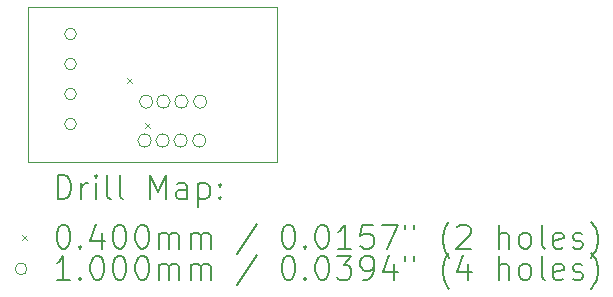
<source format=gbr>
%TF.GenerationSoftware,KiCad,Pcbnew,7.0.6-7.0.6~ubuntu22.04.1*%
%TF.CreationDate,2023-08-07T17:02:52+02:00*%
%TF.ProjectId,SHT45,53485434-352e-46b6-9963-61645f706362,rev?*%
%TF.SameCoordinates,Original*%
%TF.FileFunction,Drillmap*%
%TF.FilePolarity,Positive*%
%FSLAX45Y45*%
G04 Gerber Fmt 4.5, Leading zero omitted, Abs format (unit mm)*
G04 Created by KiCad (PCBNEW 7.0.6-7.0.6~ubuntu22.04.1) date 2023-08-07 17:02:52*
%MOMM*%
%LPD*%
G01*
G04 APERTURE LIST*
%ADD10C,0.100000*%
%ADD11C,0.200000*%
%ADD12C,0.040000*%
G04 APERTURE END LIST*
D10*
X13651792Y-9321800D02*
G75*
G03*
X13651792Y-9321800I-56796J0D01*
G01*
X13658496Y-8991600D02*
G75*
G03*
X13658496Y-8991600I-56796J0D01*
G01*
X13493396Y-9321800D02*
G75*
G03*
X13493396Y-9321800I-56796J0D01*
G01*
X13340996Y-9321800D02*
G75*
G03*
X13340996Y-9321800I-56796J0D01*
G01*
X13188596Y-9321800D02*
G75*
G03*
X13188596Y-9321800I-56796J0D01*
G01*
X13500100Y-8991600D02*
G75*
G03*
X13500100Y-8991600I-56796J0D01*
G01*
X13347700Y-8991600D02*
G75*
G03*
X13347700Y-8991600I-56796J0D01*
G01*
X13201296Y-8991600D02*
G75*
G03*
X13201296Y-8991600I-56796J0D01*
G01*
X12141200Y-8191500D02*
X14249400Y-8191500D01*
X14249400Y-9499600D01*
X12141200Y-9499600D01*
X12141200Y-8191500D01*
D11*
D12*
X12984800Y-8793800D02*
X13024800Y-8833800D01*
X13024800Y-8793800D02*
X12984800Y-8833800D01*
X13137200Y-9174800D02*
X13177200Y-9214800D01*
X13177200Y-9174800D02*
X13137200Y-9214800D01*
D10*
X12554400Y-8419600D02*
G75*
G03*
X12554400Y-8419600I-50000J0D01*
G01*
X12554400Y-8673600D02*
G75*
G03*
X12554400Y-8673600I-50000J0D01*
G01*
X12554400Y-8927600D02*
G75*
G03*
X12554400Y-8927600I-50000J0D01*
G01*
X12554400Y-9181600D02*
G75*
G03*
X12554400Y-9181600I-50000J0D01*
G01*
D11*
X12396977Y-9816084D02*
X12396977Y-9616084D01*
X12396977Y-9616084D02*
X12444596Y-9616084D01*
X12444596Y-9616084D02*
X12473167Y-9625608D01*
X12473167Y-9625608D02*
X12492215Y-9644655D01*
X12492215Y-9644655D02*
X12501739Y-9663703D01*
X12501739Y-9663703D02*
X12511262Y-9701798D01*
X12511262Y-9701798D02*
X12511262Y-9730370D01*
X12511262Y-9730370D02*
X12501739Y-9768465D01*
X12501739Y-9768465D02*
X12492215Y-9787512D01*
X12492215Y-9787512D02*
X12473167Y-9806560D01*
X12473167Y-9806560D02*
X12444596Y-9816084D01*
X12444596Y-9816084D02*
X12396977Y-9816084D01*
X12596977Y-9816084D02*
X12596977Y-9682750D01*
X12596977Y-9720846D02*
X12606501Y-9701798D01*
X12606501Y-9701798D02*
X12616024Y-9692274D01*
X12616024Y-9692274D02*
X12635072Y-9682750D01*
X12635072Y-9682750D02*
X12654120Y-9682750D01*
X12720786Y-9816084D02*
X12720786Y-9682750D01*
X12720786Y-9616084D02*
X12711262Y-9625608D01*
X12711262Y-9625608D02*
X12720786Y-9635131D01*
X12720786Y-9635131D02*
X12730310Y-9625608D01*
X12730310Y-9625608D02*
X12720786Y-9616084D01*
X12720786Y-9616084D02*
X12720786Y-9635131D01*
X12844596Y-9816084D02*
X12825548Y-9806560D01*
X12825548Y-9806560D02*
X12816024Y-9787512D01*
X12816024Y-9787512D02*
X12816024Y-9616084D01*
X12949358Y-9816084D02*
X12930310Y-9806560D01*
X12930310Y-9806560D02*
X12920786Y-9787512D01*
X12920786Y-9787512D02*
X12920786Y-9616084D01*
X13177929Y-9816084D02*
X13177929Y-9616084D01*
X13177929Y-9616084D02*
X13244596Y-9758941D01*
X13244596Y-9758941D02*
X13311262Y-9616084D01*
X13311262Y-9616084D02*
X13311262Y-9816084D01*
X13492215Y-9816084D02*
X13492215Y-9711322D01*
X13492215Y-9711322D02*
X13482691Y-9692274D01*
X13482691Y-9692274D02*
X13463643Y-9682750D01*
X13463643Y-9682750D02*
X13425548Y-9682750D01*
X13425548Y-9682750D02*
X13406501Y-9692274D01*
X13492215Y-9806560D02*
X13473167Y-9816084D01*
X13473167Y-9816084D02*
X13425548Y-9816084D01*
X13425548Y-9816084D02*
X13406501Y-9806560D01*
X13406501Y-9806560D02*
X13396977Y-9787512D01*
X13396977Y-9787512D02*
X13396977Y-9768465D01*
X13396977Y-9768465D02*
X13406501Y-9749417D01*
X13406501Y-9749417D02*
X13425548Y-9739893D01*
X13425548Y-9739893D02*
X13473167Y-9739893D01*
X13473167Y-9739893D02*
X13492215Y-9730370D01*
X13587453Y-9682750D02*
X13587453Y-9882750D01*
X13587453Y-9692274D02*
X13606501Y-9682750D01*
X13606501Y-9682750D02*
X13644596Y-9682750D01*
X13644596Y-9682750D02*
X13663643Y-9692274D01*
X13663643Y-9692274D02*
X13673167Y-9701798D01*
X13673167Y-9701798D02*
X13682691Y-9720846D01*
X13682691Y-9720846D02*
X13682691Y-9777989D01*
X13682691Y-9777989D02*
X13673167Y-9797036D01*
X13673167Y-9797036D02*
X13663643Y-9806560D01*
X13663643Y-9806560D02*
X13644596Y-9816084D01*
X13644596Y-9816084D02*
X13606501Y-9816084D01*
X13606501Y-9816084D02*
X13587453Y-9806560D01*
X13768405Y-9797036D02*
X13777929Y-9806560D01*
X13777929Y-9806560D02*
X13768405Y-9816084D01*
X13768405Y-9816084D02*
X13758882Y-9806560D01*
X13758882Y-9806560D02*
X13768405Y-9797036D01*
X13768405Y-9797036D02*
X13768405Y-9816084D01*
X13768405Y-9692274D02*
X13777929Y-9701798D01*
X13777929Y-9701798D02*
X13768405Y-9711322D01*
X13768405Y-9711322D02*
X13758882Y-9701798D01*
X13758882Y-9701798D02*
X13768405Y-9692274D01*
X13768405Y-9692274D02*
X13768405Y-9711322D01*
D12*
X12096200Y-10124600D02*
X12136200Y-10164600D01*
X12136200Y-10124600D02*
X12096200Y-10164600D01*
D11*
X12435072Y-10036084D02*
X12454120Y-10036084D01*
X12454120Y-10036084D02*
X12473167Y-10045608D01*
X12473167Y-10045608D02*
X12482691Y-10055131D01*
X12482691Y-10055131D02*
X12492215Y-10074179D01*
X12492215Y-10074179D02*
X12501739Y-10112274D01*
X12501739Y-10112274D02*
X12501739Y-10159893D01*
X12501739Y-10159893D02*
X12492215Y-10197989D01*
X12492215Y-10197989D02*
X12482691Y-10217036D01*
X12482691Y-10217036D02*
X12473167Y-10226560D01*
X12473167Y-10226560D02*
X12454120Y-10236084D01*
X12454120Y-10236084D02*
X12435072Y-10236084D01*
X12435072Y-10236084D02*
X12416024Y-10226560D01*
X12416024Y-10226560D02*
X12406501Y-10217036D01*
X12406501Y-10217036D02*
X12396977Y-10197989D01*
X12396977Y-10197989D02*
X12387453Y-10159893D01*
X12387453Y-10159893D02*
X12387453Y-10112274D01*
X12387453Y-10112274D02*
X12396977Y-10074179D01*
X12396977Y-10074179D02*
X12406501Y-10055131D01*
X12406501Y-10055131D02*
X12416024Y-10045608D01*
X12416024Y-10045608D02*
X12435072Y-10036084D01*
X12587453Y-10217036D02*
X12596977Y-10226560D01*
X12596977Y-10226560D02*
X12587453Y-10236084D01*
X12587453Y-10236084D02*
X12577929Y-10226560D01*
X12577929Y-10226560D02*
X12587453Y-10217036D01*
X12587453Y-10217036D02*
X12587453Y-10236084D01*
X12768405Y-10102750D02*
X12768405Y-10236084D01*
X12720786Y-10026560D02*
X12673167Y-10169417D01*
X12673167Y-10169417D02*
X12796977Y-10169417D01*
X12911262Y-10036084D02*
X12930310Y-10036084D01*
X12930310Y-10036084D02*
X12949358Y-10045608D01*
X12949358Y-10045608D02*
X12958882Y-10055131D01*
X12958882Y-10055131D02*
X12968405Y-10074179D01*
X12968405Y-10074179D02*
X12977929Y-10112274D01*
X12977929Y-10112274D02*
X12977929Y-10159893D01*
X12977929Y-10159893D02*
X12968405Y-10197989D01*
X12968405Y-10197989D02*
X12958882Y-10217036D01*
X12958882Y-10217036D02*
X12949358Y-10226560D01*
X12949358Y-10226560D02*
X12930310Y-10236084D01*
X12930310Y-10236084D02*
X12911262Y-10236084D01*
X12911262Y-10236084D02*
X12892215Y-10226560D01*
X12892215Y-10226560D02*
X12882691Y-10217036D01*
X12882691Y-10217036D02*
X12873167Y-10197989D01*
X12873167Y-10197989D02*
X12863643Y-10159893D01*
X12863643Y-10159893D02*
X12863643Y-10112274D01*
X12863643Y-10112274D02*
X12873167Y-10074179D01*
X12873167Y-10074179D02*
X12882691Y-10055131D01*
X12882691Y-10055131D02*
X12892215Y-10045608D01*
X12892215Y-10045608D02*
X12911262Y-10036084D01*
X13101739Y-10036084D02*
X13120786Y-10036084D01*
X13120786Y-10036084D02*
X13139834Y-10045608D01*
X13139834Y-10045608D02*
X13149358Y-10055131D01*
X13149358Y-10055131D02*
X13158882Y-10074179D01*
X13158882Y-10074179D02*
X13168405Y-10112274D01*
X13168405Y-10112274D02*
X13168405Y-10159893D01*
X13168405Y-10159893D02*
X13158882Y-10197989D01*
X13158882Y-10197989D02*
X13149358Y-10217036D01*
X13149358Y-10217036D02*
X13139834Y-10226560D01*
X13139834Y-10226560D02*
X13120786Y-10236084D01*
X13120786Y-10236084D02*
X13101739Y-10236084D01*
X13101739Y-10236084D02*
X13082691Y-10226560D01*
X13082691Y-10226560D02*
X13073167Y-10217036D01*
X13073167Y-10217036D02*
X13063643Y-10197989D01*
X13063643Y-10197989D02*
X13054120Y-10159893D01*
X13054120Y-10159893D02*
X13054120Y-10112274D01*
X13054120Y-10112274D02*
X13063643Y-10074179D01*
X13063643Y-10074179D02*
X13073167Y-10055131D01*
X13073167Y-10055131D02*
X13082691Y-10045608D01*
X13082691Y-10045608D02*
X13101739Y-10036084D01*
X13254120Y-10236084D02*
X13254120Y-10102750D01*
X13254120Y-10121798D02*
X13263643Y-10112274D01*
X13263643Y-10112274D02*
X13282691Y-10102750D01*
X13282691Y-10102750D02*
X13311263Y-10102750D01*
X13311263Y-10102750D02*
X13330310Y-10112274D01*
X13330310Y-10112274D02*
X13339834Y-10131322D01*
X13339834Y-10131322D02*
X13339834Y-10236084D01*
X13339834Y-10131322D02*
X13349358Y-10112274D01*
X13349358Y-10112274D02*
X13368405Y-10102750D01*
X13368405Y-10102750D02*
X13396977Y-10102750D01*
X13396977Y-10102750D02*
X13416024Y-10112274D01*
X13416024Y-10112274D02*
X13425548Y-10131322D01*
X13425548Y-10131322D02*
X13425548Y-10236084D01*
X13520786Y-10236084D02*
X13520786Y-10102750D01*
X13520786Y-10121798D02*
X13530310Y-10112274D01*
X13530310Y-10112274D02*
X13549358Y-10102750D01*
X13549358Y-10102750D02*
X13577929Y-10102750D01*
X13577929Y-10102750D02*
X13596977Y-10112274D01*
X13596977Y-10112274D02*
X13606501Y-10131322D01*
X13606501Y-10131322D02*
X13606501Y-10236084D01*
X13606501Y-10131322D02*
X13616024Y-10112274D01*
X13616024Y-10112274D02*
X13635072Y-10102750D01*
X13635072Y-10102750D02*
X13663643Y-10102750D01*
X13663643Y-10102750D02*
X13682691Y-10112274D01*
X13682691Y-10112274D02*
X13692215Y-10131322D01*
X13692215Y-10131322D02*
X13692215Y-10236084D01*
X14082691Y-10026560D02*
X13911263Y-10283703D01*
X14339834Y-10036084D02*
X14358882Y-10036084D01*
X14358882Y-10036084D02*
X14377929Y-10045608D01*
X14377929Y-10045608D02*
X14387453Y-10055131D01*
X14387453Y-10055131D02*
X14396977Y-10074179D01*
X14396977Y-10074179D02*
X14406501Y-10112274D01*
X14406501Y-10112274D02*
X14406501Y-10159893D01*
X14406501Y-10159893D02*
X14396977Y-10197989D01*
X14396977Y-10197989D02*
X14387453Y-10217036D01*
X14387453Y-10217036D02*
X14377929Y-10226560D01*
X14377929Y-10226560D02*
X14358882Y-10236084D01*
X14358882Y-10236084D02*
X14339834Y-10236084D01*
X14339834Y-10236084D02*
X14320786Y-10226560D01*
X14320786Y-10226560D02*
X14311263Y-10217036D01*
X14311263Y-10217036D02*
X14301739Y-10197989D01*
X14301739Y-10197989D02*
X14292215Y-10159893D01*
X14292215Y-10159893D02*
X14292215Y-10112274D01*
X14292215Y-10112274D02*
X14301739Y-10074179D01*
X14301739Y-10074179D02*
X14311263Y-10055131D01*
X14311263Y-10055131D02*
X14320786Y-10045608D01*
X14320786Y-10045608D02*
X14339834Y-10036084D01*
X14492215Y-10217036D02*
X14501739Y-10226560D01*
X14501739Y-10226560D02*
X14492215Y-10236084D01*
X14492215Y-10236084D02*
X14482691Y-10226560D01*
X14482691Y-10226560D02*
X14492215Y-10217036D01*
X14492215Y-10217036D02*
X14492215Y-10236084D01*
X14625548Y-10036084D02*
X14644596Y-10036084D01*
X14644596Y-10036084D02*
X14663644Y-10045608D01*
X14663644Y-10045608D02*
X14673167Y-10055131D01*
X14673167Y-10055131D02*
X14682691Y-10074179D01*
X14682691Y-10074179D02*
X14692215Y-10112274D01*
X14692215Y-10112274D02*
X14692215Y-10159893D01*
X14692215Y-10159893D02*
X14682691Y-10197989D01*
X14682691Y-10197989D02*
X14673167Y-10217036D01*
X14673167Y-10217036D02*
X14663644Y-10226560D01*
X14663644Y-10226560D02*
X14644596Y-10236084D01*
X14644596Y-10236084D02*
X14625548Y-10236084D01*
X14625548Y-10236084D02*
X14606501Y-10226560D01*
X14606501Y-10226560D02*
X14596977Y-10217036D01*
X14596977Y-10217036D02*
X14587453Y-10197989D01*
X14587453Y-10197989D02*
X14577929Y-10159893D01*
X14577929Y-10159893D02*
X14577929Y-10112274D01*
X14577929Y-10112274D02*
X14587453Y-10074179D01*
X14587453Y-10074179D02*
X14596977Y-10055131D01*
X14596977Y-10055131D02*
X14606501Y-10045608D01*
X14606501Y-10045608D02*
X14625548Y-10036084D01*
X14882691Y-10236084D02*
X14768406Y-10236084D01*
X14825548Y-10236084D02*
X14825548Y-10036084D01*
X14825548Y-10036084D02*
X14806501Y-10064655D01*
X14806501Y-10064655D02*
X14787453Y-10083703D01*
X14787453Y-10083703D02*
X14768406Y-10093227D01*
X15063644Y-10036084D02*
X14968406Y-10036084D01*
X14968406Y-10036084D02*
X14958882Y-10131322D01*
X14958882Y-10131322D02*
X14968406Y-10121798D01*
X14968406Y-10121798D02*
X14987453Y-10112274D01*
X14987453Y-10112274D02*
X15035072Y-10112274D01*
X15035072Y-10112274D02*
X15054120Y-10121798D01*
X15054120Y-10121798D02*
X15063644Y-10131322D01*
X15063644Y-10131322D02*
X15073167Y-10150370D01*
X15073167Y-10150370D02*
X15073167Y-10197989D01*
X15073167Y-10197989D02*
X15063644Y-10217036D01*
X15063644Y-10217036D02*
X15054120Y-10226560D01*
X15054120Y-10226560D02*
X15035072Y-10236084D01*
X15035072Y-10236084D02*
X14987453Y-10236084D01*
X14987453Y-10236084D02*
X14968406Y-10226560D01*
X14968406Y-10226560D02*
X14958882Y-10217036D01*
X15139834Y-10036084D02*
X15273167Y-10036084D01*
X15273167Y-10036084D02*
X15187453Y-10236084D01*
X15339834Y-10036084D02*
X15339834Y-10074179D01*
X15416025Y-10036084D02*
X15416025Y-10074179D01*
X15711263Y-10312274D02*
X15701739Y-10302750D01*
X15701739Y-10302750D02*
X15682691Y-10274179D01*
X15682691Y-10274179D02*
X15673168Y-10255131D01*
X15673168Y-10255131D02*
X15663644Y-10226560D01*
X15663644Y-10226560D02*
X15654120Y-10178941D01*
X15654120Y-10178941D02*
X15654120Y-10140846D01*
X15654120Y-10140846D02*
X15663644Y-10093227D01*
X15663644Y-10093227D02*
X15673168Y-10064655D01*
X15673168Y-10064655D02*
X15682691Y-10045608D01*
X15682691Y-10045608D02*
X15701739Y-10017036D01*
X15701739Y-10017036D02*
X15711263Y-10007512D01*
X15777929Y-10055131D02*
X15787453Y-10045608D01*
X15787453Y-10045608D02*
X15806501Y-10036084D01*
X15806501Y-10036084D02*
X15854120Y-10036084D01*
X15854120Y-10036084D02*
X15873168Y-10045608D01*
X15873168Y-10045608D02*
X15882691Y-10055131D01*
X15882691Y-10055131D02*
X15892215Y-10074179D01*
X15892215Y-10074179D02*
X15892215Y-10093227D01*
X15892215Y-10093227D02*
X15882691Y-10121798D01*
X15882691Y-10121798D02*
X15768406Y-10236084D01*
X15768406Y-10236084D02*
X15892215Y-10236084D01*
X16130310Y-10236084D02*
X16130310Y-10036084D01*
X16216025Y-10236084D02*
X16216025Y-10131322D01*
X16216025Y-10131322D02*
X16206501Y-10112274D01*
X16206501Y-10112274D02*
X16187453Y-10102750D01*
X16187453Y-10102750D02*
X16158882Y-10102750D01*
X16158882Y-10102750D02*
X16139834Y-10112274D01*
X16139834Y-10112274D02*
X16130310Y-10121798D01*
X16339834Y-10236084D02*
X16320787Y-10226560D01*
X16320787Y-10226560D02*
X16311263Y-10217036D01*
X16311263Y-10217036D02*
X16301739Y-10197989D01*
X16301739Y-10197989D02*
X16301739Y-10140846D01*
X16301739Y-10140846D02*
X16311263Y-10121798D01*
X16311263Y-10121798D02*
X16320787Y-10112274D01*
X16320787Y-10112274D02*
X16339834Y-10102750D01*
X16339834Y-10102750D02*
X16368406Y-10102750D01*
X16368406Y-10102750D02*
X16387453Y-10112274D01*
X16387453Y-10112274D02*
X16396977Y-10121798D01*
X16396977Y-10121798D02*
X16406501Y-10140846D01*
X16406501Y-10140846D02*
X16406501Y-10197989D01*
X16406501Y-10197989D02*
X16396977Y-10217036D01*
X16396977Y-10217036D02*
X16387453Y-10226560D01*
X16387453Y-10226560D02*
X16368406Y-10236084D01*
X16368406Y-10236084D02*
X16339834Y-10236084D01*
X16520787Y-10236084D02*
X16501739Y-10226560D01*
X16501739Y-10226560D02*
X16492215Y-10207512D01*
X16492215Y-10207512D02*
X16492215Y-10036084D01*
X16673168Y-10226560D02*
X16654120Y-10236084D01*
X16654120Y-10236084D02*
X16616025Y-10236084D01*
X16616025Y-10236084D02*
X16596977Y-10226560D01*
X16596977Y-10226560D02*
X16587453Y-10207512D01*
X16587453Y-10207512D02*
X16587453Y-10131322D01*
X16587453Y-10131322D02*
X16596977Y-10112274D01*
X16596977Y-10112274D02*
X16616025Y-10102750D01*
X16616025Y-10102750D02*
X16654120Y-10102750D01*
X16654120Y-10102750D02*
X16673168Y-10112274D01*
X16673168Y-10112274D02*
X16682691Y-10131322D01*
X16682691Y-10131322D02*
X16682691Y-10150370D01*
X16682691Y-10150370D02*
X16587453Y-10169417D01*
X16758882Y-10226560D02*
X16777930Y-10236084D01*
X16777930Y-10236084D02*
X16816025Y-10236084D01*
X16816025Y-10236084D02*
X16835073Y-10226560D01*
X16835073Y-10226560D02*
X16844596Y-10207512D01*
X16844596Y-10207512D02*
X16844596Y-10197989D01*
X16844596Y-10197989D02*
X16835073Y-10178941D01*
X16835073Y-10178941D02*
X16816025Y-10169417D01*
X16816025Y-10169417D02*
X16787453Y-10169417D01*
X16787453Y-10169417D02*
X16768406Y-10159893D01*
X16768406Y-10159893D02*
X16758882Y-10140846D01*
X16758882Y-10140846D02*
X16758882Y-10131322D01*
X16758882Y-10131322D02*
X16768406Y-10112274D01*
X16768406Y-10112274D02*
X16787453Y-10102750D01*
X16787453Y-10102750D02*
X16816025Y-10102750D01*
X16816025Y-10102750D02*
X16835073Y-10112274D01*
X16911263Y-10312274D02*
X16920787Y-10302750D01*
X16920787Y-10302750D02*
X16939834Y-10274179D01*
X16939834Y-10274179D02*
X16949358Y-10255131D01*
X16949358Y-10255131D02*
X16958882Y-10226560D01*
X16958882Y-10226560D02*
X16968406Y-10178941D01*
X16968406Y-10178941D02*
X16968406Y-10140846D01*
X16968406Y-10140846D02*
X16958882Y-10093227D01*
X16958882Y-10093227D02*
X16949358Y-10064655D01*
X16949358Y-10064655D02*
X16939834Y-10045608D01*
X16939834Y-10045608D02*
X16920787Y-10017036D01*
X16920787Y-10017036D02*
X16911263Y-10007512D01*
D10*
X12136200Y-10408600D02*
G75*
G03*
X12136200Y-10408600I-50000J0D01*
G01*
D11*
X12501739Y-10500084D02*
X12387453Y-10500084D01*
X12444596Y-10500084D02*
X12444596Y-10300084D01*
X12444596Y-10300084D02*
X12425548Y-10328655D01*
X12425548Y-10328655D02*
X12406501Y-10347703D01*
X12406501Y-10347703D02*
X12387453Y-10357227D01*
X12587453Y-10481036D02*
X12596977Y-10490560D01*
X12596977Y-10490560D02*
X12587453Y-10500084D01*
X12587453Y-10500084D02*
X12577929Y-10490560D01*
X12577929Y-10490560D02*
X12587453Y-10481036D01*
X12587453Y-10481036D02*
X12587453Y-10500084D01*
X12720786Y-10300084D02*
X12739834Y-10300084D01*
X12739834Y-10300084D02*
X12758882Y-10309608D01*
X12758882Y-10309608D02*
X12768405Y-10319131D01*
X12768405Y-10319131D02*
X12777929Y-10338179D01*
X12777929Y-10338179D02*
X12787453Y-10376274D01*
X12787453Y-10376274D02*
X12787453Y-10423893D01*
X12787453Y-10423893D02*
X12777929Y-10461989D01*
X12777929Y-10461989D02*
X12768405Y-10481036D01*
X12768405Y-10481036D02*
X12758882Y-10490560D01*
X12758882Y-10490560D02*
X12739834Y-10500084D01*
X12739834Y-10500084D02*
X12720786Y-10500084D01*
X12720786Y-10500084D02*
X12701739Y-10490560D01*
X12701739Y-10490560D02*
X12692215Y-10481036D01*
X12692215Y-10481036D02*
X12682691Y-10461989D01*
X12682691Y-10461989D02*
X12673167Y-10423893D01*
X12673167Y-10423893D02*
X12673167Y-10376274D01*
X12673167Y-10376274D02*
X12682691Y-10338179D01*
X12682691Y-10338179D02*
X12692215Y-10319131D01*
X12692215Y-10319131D02*
X12701739Y-10309608D01*
X12701739Y-10309608D02*
X12720786Y-10300084D01*
X12911262Y-10300084D02*
X12930310Y-10300084D01*
X12930310Y-10300084D02*
X12949358Y-10309608D01*
X12949358Y-10309608D02*
X12958882Y-10319131D01*
X12958882Y-10319131D02*
X12968405Y-10338179D01*
X12968405Y-10338179D02*
X12977929Y-10376274D01*
X12977929Y-10376274D02*
X12977929Y-10423893D01*
X12977929Y-10423893D02*
X12968405Y-10461989D01*
X12968405Y-10461989D02*
X12958882Y-10481036D01*
X12958882Y-10481036D02*
X12949358Y-10490560D01*
X12949358Y-10490560D02*
X12930310Y-10500084D01*
X12930310Y-10500084D02*
X12911262Y-10500084D01*
X12911262Y-10500084D02*
X12892215Y-10490560D01*
X12892215Y-10490560D02*
X12882691Y-10481036D01*
X12882691Y-10481036D02*
X12873167Y-10461989D01*
X12873167Y-10461989D02*
X12863643Y-10423893D01*
X12863643Y-10423893D02*
X12863643Y-10376274D01*
X12863643Y-10376274D02*
X12873167Y-10338179D01*
X12873167Y-10338179D02*
X12882691Y-10319131D01*
X12882691Y-10319131D02*
X12892215Y-10309608D01*
X12892215Y-10309608D02*
X12911262Y-10300084D01*
X13101739Y-10300084D02*
X13120786Y-10300084D01*
X13120786Y-10300084D02*
X13139834Y-10309608D01*
X13139834Y-10309608D02*
X13149358Y-10319131D01*
X13149358Y-10319131D02*
X13158882Y-10338179D01*
X13158882Y-10338179D02*
X13168405Y-10376274D01*
X13168405Y-10376274D02*
X13168405Y-10423893D01*
X13168405Y-10423893D02*
X13158882Y-10461989D01*
X13158882Y-10461989D02*
X13149358Y-10481036D01*
X13149358Y-10481036D02*
X13139834Y-10490560D01*
X13139834Y-10490560D02*
X13120786Y-10500084D01*
X13120786Y-10500084D02*
X13101739Y-10500084D01*
X13101739Y-10500084D02*
X13082691Y-10490560D01*
X13082691Y-10490560D02*
X13073167Y-10481036D01*
X13073167Y-10481036D02*
X13063643Y-10461989D01*
X13063643Y-10461989D02*
X13054120Y-10423893D01*
X13054120Y-10423893D02*
X13054120Y-10376274D01*
X13054120Y-10376274D02*
X13063643Y-10338179D01*
X13063643Y-10338179D02*
X13073167Y-10319131D01*
X13073167Y-10319131D02*
X13082691Y-10309608D01*
X13082691Y-10309608D02*
X13101739Y-10300084D01*
X13254120Y-10500084D02*
X13254120Y-10366750D01*
X13254120Y-10385798D02*
X13263643Y-10376274D01*
X13263643Y-10376274D02*
X13282691Y-10366750D01*
X13282691Y-10366750D02*
X13311263Y-10366750D01*
X13311263Y-10366750D02*
X13330310Y-10376274D01*
X13330310Y-10376274D02*
X13339834Y-10395322D01*
X13339834Y-10395322D02*
X13339834Y-10500084D01*
X13339834Y-10395322D02*
X13349358Y-10376274D01*
X13349358Y-10376274D02*
X13368405Y-10366750D01*
X13368405Y-10366750D02*
X13396977Y-10366750D01*
X13396977Y-10366750D02*
X13416024Y-10376274D01*
X13416024Y-10376274D02*
X13425548Y-10395322D01*
X13425548Y-10395322D02*
X13425548Y-10500084D01*
X13520786Y-10500084D02*
X13520786Y-10366750D01*
X13520786Y-10385798D02*
X13530310Y-10376274D01*
X13530310Y-10376274D02*
X13549358Y-10366750D01*
X13549358Y-10366750D02*
X13577929Y-10366750D01*
X13577929Y-10366750D02*
X13596977Y-10376274D01*
X13596977Y-10376274D02*
X13606501Y-10395322D01*
X13606501Y-10395322D02*
X13606501Y-10500084D01*
X13606501Y-10395322D02*
X13616024Y-10376274D01*
X13616024Y-10376274D02*
X13635072Y-10366750D01*
X13635072Y-10366750D02*
X13663643Y-10366750D01*
X13663643Y-10366750D02*
X13682691Y-10376274D01*
X13682691Y-10376274D02*
X13692215Y-10395322D01*
X13692215Y-10395322D02*
X13692215Y-10500084D01*
X14082691Y-10290560D02*
X13911263Y-10547703D01*
X14339834Y-10300084D02*
X14358882Y-10300084D01*
X14358882Y-10300084D02*
X14377929Y-10309608D01*
X14377929Y-10309608D02*
X14387453Y-10319131D01*
X14387453Y-10319131D02*
X14396977Y-10338179D01*
X14396977Y-10338179D02*
X14406501Y-10376274D01*
X14406501Y-10376274D02*
X14406501Y-10423893D01*
X14406501Y-10423893D02*
X14396977Y-10461989D01*
X14396977Y-10461989D02*
X14387453Y-10481036D01*
X14387453Y-10481036D02*
X14377929Y-10490560D01*
X14377929Y-10490560D02*
X14358882Y-10500084D01*
X14358882Y-10500084D02*
X14339834Y-10500084D01*
X14339834Y-10500084D02*
X14320786Y-10490560D01*
X14320786Y-10490560D02*
X14311263Y-10481036D01*
X14311263Y-10481036D02*
X14301739Y-10461989D01*
X14301739Y-10461989D02*
X14292215Y-10423893D01*
X14292215Y-10423893D02*
X14292215Y-10376274D01*
X14292215Y-10376274D02*
X14301739Y-10338179D01*
X14301739Y-10338179D02*
X14311263Y-10319131D01*
X14311263Y-10319131D02*
X14320786Y-10309608D01*
X14320786Y-10309608D02*
X14339834Y-10300084D01*
X14492215Y-10481036D02*
X14501739Y-10490560D01*
X14501739Y-10490560D02*
X14492215Y-10500084D01*
X14492215Y-10500084D02*
X14482691Y-10490560D01*
X14482691Y-10490560D02*
X14492215Y-10481036D01*
X14492215Y-10481036D02*
X14492215Y-10500084D01*
X14625548Y-10300084D02*
X14644596Y-10300084D01*
X14644596Y-10300084D02*
X14663644Y-10309608D01*
X14663644Y-10309608D02*
X14673167Y-10319131D01*
X14673167Y-10319131D02*
X14682691Y-10338179D01*
X14682691Y-10338179D02*
X14692215Y-10376274D01*
X14692215Y-10376274D02*
X14692215Y-10423893D01*
X14692215Y-10423893D02*
X14682691Y-10461989D01*
X14682691Y-10461989D02*
X14673167Y-10481036D01*
X14673167Y-10481036D02*
X14663644Y-10490560D01*
X14663644Y-10490560D02*
X14644596Y-10500084D01*
X14644596Y-10500084D02*
X14625548Y-10500084D01*
X14625548Y-10500084D02*
X14606501Y-10490560D01*
X14606501Y-10490560D02*
X14596977Y-10481036D01*
X14596977Y-10481036D02*
X14587453Y-10461989D01*
X14587453Y-10461989D02*
X14577929Y-10423893D01*
X14577929Y-10423893D02*
X14577929Y-10376274D01*
X14577929Y-10376274D02*
X14587453Y-10338179D01*
X14587453Y-10338179D02*
X14596977Y-10319131D01*
X14596977Y-10319131D02*
X14606501Y-10309608D01*
X14606501Y-10309608D02*
X14625548Y-10300084D01*
X14758882Y-10300084D02*
X14882691Y-10300084D01*
X14882691Y-10300084D02*
X14816025Y-10376274D01*
X14816025Y-10376274D02*
X14844596Y-10376274D01*
X14844596Y-10376274D02*
X14863644Y-10385798D01*
X14863644Y-10385798D02*
X14873167Y-10395322D01*
X14873167Y-10395322D02*
X14882691Y-10414370D01*
X14882691Y-10414370D02*
X14882691Y-10461989D01*
X14882691Y-10461989D02*
X14873167Y-10481036D01*
X14873167Y-10481036D02*
X14863644Y-10490560D01*
X14863644Y-10490560D02*
X14844596Y-10500084D01*
X14844596Y-10500084D02*
X14787453Y-10500084D01*
X14787453Y-10500084D02*
X14768406Y-10490560D01*
X14768406Y-10490560D02*
X14758882Y-10481036D01*
X14977929Y-10500084D02*
X15016025Y-10500084D01*
X15016025Y-10500084D02*
X15035072Y-10490560D01*
X15035072Y-10490560D02*
X15044596Y-10481036D01*
X15044596Y-10481036D02*
X15063644Y-10452465D01*
X15063644Y-10452465D02*
X15073167Y-10414370D01*
X15073167Y-10414370D02*
X15073167Y-10338179D01*
X15073167Y-10338179D02*
X15063644Y-10319131D01*
X15063644Y-10319131D02*
X15054120Y-10309608D01*
X15054120Y-10309608D02*
X15035072Y-10300084D01*
X15035072Y-10300084D02*
X14996977Y-10300084D01*
X14996977Y-10300084D02*
X14977929Y-10309608D01*
X14977929Y-10309608D02*
X14968406Y-10319131D01*
X14968406Y-10319131D02*
X14958882Y-10338179D01*
X14958882Y-10338179D02*
X14958882Y-10385798D01*
X14958882Y-10385798D02*
X14968406Y-10404846D01*
X14968406Y-10404846D02*
X14977929Y-10414370D01*
X14977929Y-10414370D02*
X14996977Y-10423893D01*
X14996977Y-10423893D02*
X15035072Y-10423893D01*
X15035072Y-10423893D02*
X15054120Y-10414370D01*
X15054120Y-10414370D02*
X15063644Y-10404846D01*
X15063644Y-10404846D02*
X15073167Y-10385798D01*
X15244596Y-10366750D02*
X15244596Y-10500084D01*
X15196977Y-10290560D02*
X15149358Y-10433417D01*
X15149358Y-10433417D02*
X15273167Y-10433417D01*
X15339834Y-10300084D02*
X15339834Y-10338179D01*
X15416025Y-10300084D02*
X15416025Y-10338179D01*
X15711263Y-10576274D02*
X15701739Y-10566750D01*
X15701739Y-10566750D02*
X15682691Y-10538179D01*
X15682691Y-10538179D02*
X15673168Y-10519131D01*
X15673168Y-10519131D02*
X15663644Y-10490560D01*
X15663644Y-10490560D02*
X15654120Y-10442941D01*
X15654120Y-10442941D02*
X15654120Y-10404846D01*
X15654120Y-10404846D02*
X15663644Y-10357227D01*
X15663644Y-10357227D02*
X15673168Y-10328655D01*
X15673168Y-10328655D02*
X15682691Y-10309608D01*
X15682691Y-10309608D02*
X15701739Y-10281036D01*
X15701739Y-10281036D02*
X15711263Y-10271512D01*
X15873168Y-10366750D02*
X15873168Y-10500084D01*
X15825548Y-10290560D02*
X15777929Y-10433417D01*
X15777929Y-10433417D02*
X15901739Y-10433417D01*
X16130310Y-10500084D02*
X16130310Y-10300084D01*
X16216025Y-10500084D02*
X16216025Y-10395322D01*
X16216025Y-10395322D02*
X16206501Y-10376274D01*
X16206501Y-10376274D02*
X16187453Y-10366750D01*
X16187453Y-10366750D02*
X16158882Y-10366750D01*
X16158882Y-10366750D02*
X16139834Y-10376274D01*
X16139834Y-10376274D02*
X16130310Y-10385798D01*
X16339834Y-10500084D02*
X16320787Y-10490560D01*
X16320787Y-10490560D02*
X16311263Y-10481036D01*
X16311263Y-10481036D02*
X16301739Y-10461989D01*
X16301739Y-10461989D02*
X16301739Y-10404846D01*
X16301739Y-10404846D02*
X16311263Y-10385798D01*
X16311263Y-10385798D02*
X16320787Y-10376274D01*
X16320787Y-10376274D02*
X16339834Y-10366750D01*
X16339834Y-10366750D02*
X16368406Y-10366750D01*
X16368406Y-10366750D02*
X16387453Y-10376274D01*
X16387453Y-10376274D02*
X16396977Y-10385798D01*
X16396977Y-10385798D02*
X16406501Y-10404846D01*
X16406501Y-10404846D02*
X16406501Y-10461989D01*
X16406501Y-10461989D02*
X16396977Y-10481036D01*
X16396977Y-10481036D02*
X16387453Y-10490560D01*
X16387453Y-10490560D02*
X16368406Y-10500084D01*
X16368406Y-10500084D02*
X16339834Y-10500084D01*
X16520787Y-10500084D02*
X16501739Y-10490560D01*
X16501739Y-10490560D02*
X16492215Y-10471512D01*
X16492215Y-10471512D02*
X16492215Y-10300084D01*
X16673168Y-10490560D02*
X16654120Y-10500084D01*
X16654120Y-10500084D02*
X16616025Y-10500084D01*
X16616025Y-10500084D02*
X16596977Y-10490560D01*
X16596977Y-10490560D02*
X16587453Y-10471512D01*
X16587453Y-10471512D02*
X16587453Y-10395322D01*
X16587453Y-10395322D02*
X16596977Y-10376274D01*
X16596977Y-10376274D02*
X16616025Y-10366750D01*
X16616025Y-10366750D02*
X16654120Y-10366750D01*
X16654120Y-10366750D02*
X16673168Y-10376274D01*
X16673168Y-10376274D02*
X16682691Y-10395322D01*
X16682691Y-10395322D02*
X16682691Y-10414370D01*
X16682691Y-10414370D02*
X16587453Y-10433417D01*
X16758882Y-10490560D02*
X16777930Y-10500084D01*
X16777930Y-10500084D02*
X16816025Y-10500084D01*
X16816025Y-10500084D02*
X16835073Y-10490560D01*
X16835073Y-10490560D02*
X16844596Y-10471512D01*
X16844596Y-10471512D02*
X16844596Y-10461989D01*
X16844596Y-10461989D02*
X16835073Y-10442941D01*
X16835073Y-10442941D02*
X16816025Y-10433417D01*
X16816025Y-10433417D02*
X16787453Y-10433417D01*
X16787453Y-10433417D02*
X16768406Y-10423893D01*
X16768406Y-10423893D02*
X16758882Y-10404846D01*
X16758882Y-10404846D02*
X16758882Y-10395322D01*
X16758882Y-10395322D02*
X16768406Y-10376274D01*
X16768406Y-10376274D02*
X16787453Y-10366750D01*
X16787453Y-10366750D02*
X16816025Y-10366750D01*
X16816025Y-10366750D02*
X16835073Y-10376274D01*
X16911263Y-10576274D02*
X16920787Y-10566750D01*
X16920787Y-10566750D02*
X16939834Y-10538179D01*
X16939834Y-10538179D02*
X16949358Y-10519131D01*
X16949358Y-10519131D02*
X16958882Y-10490560D01*
X16958882Y-10490560D02*
X16968406Y-10442941D01*
X16968406Y-10442941D02*
X16968406Y-10404846D01*
X16968406Y-10404846D02*
X16958882Y-10357227D01*
X16958882Y-10357227D02*
X16949358Y-10328655D01*
X16949358Y-10328655D02*
X16939834Y-10309608D01*
X16939834Y-10309608D02*
X16920787Y-10281036D01*
X16920787Y-10281036D02*
X16911263Y-10271512D01*
M02*

</source>
